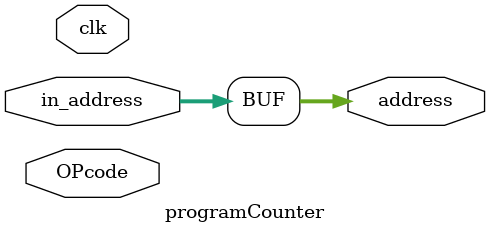
<source format=v>
module programCounter(clk,in_address,OPcode,address);
input clk;
input [1:0] OPcode;
input [31:0] in_address;
output [31:0] address;

reg [31:0] reg_address;

always @(posedge clk)
begin
	case(OPcode)
		2'b00 : reg_address = reg_address + 4;
		2'b01 : reg_address = in_address;
		2'b10 : reg_address = address;
		2'b11 : reg_address = 0;
	endcase
end

assign address = in_address;

endmodule

//This Pogram Counter has 3 inputs in this case, the clock as clk for
//syncronization, the OPcode which indicates the operation we need to
//make and the input address as 'in_address'.
//
//All this operations were made in order to implement a pipeline in
//future updates.

</source>
